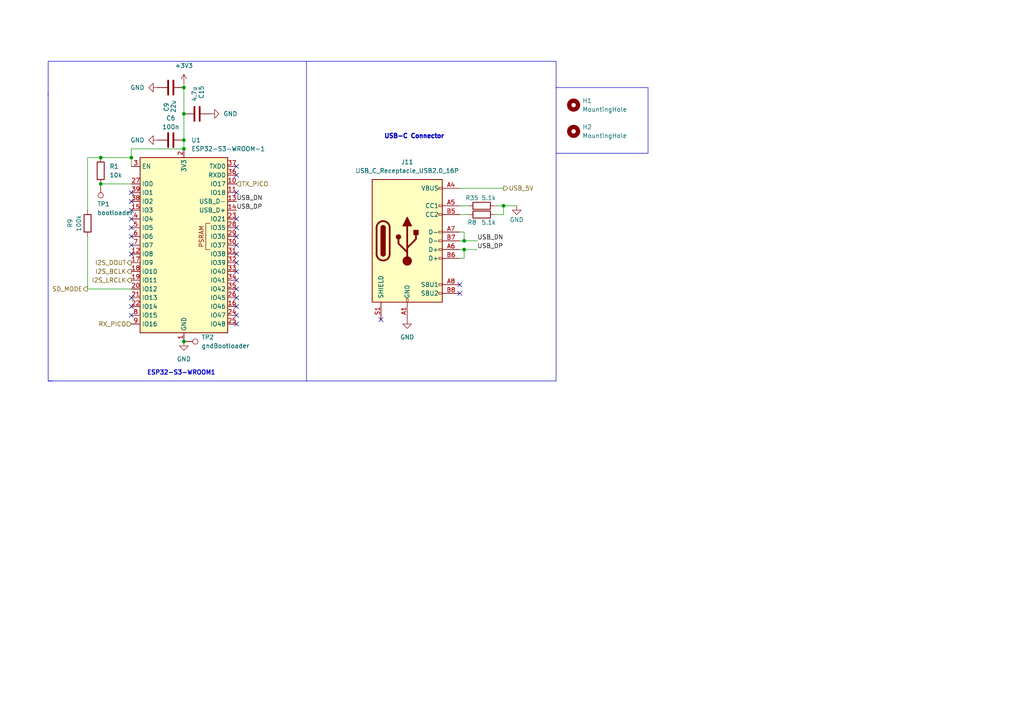
<source format=kicad_sch>
(kicad_sch (version 20250114) (generator "eeschema") (generator_version "9.0")
  (paper "A4")
  (lib_symbols
    (symbol "Connector:TestPoint" (pin_numbers (hide yes)) (pin_names (offset 0.762) (hide yes))
      (property "Reference" "TP" (at 0 6.858 0))
      (property "Value" "TestPoint" (at 0 5.08 0))
      (symbol "TestPoint_0_1"
        (circle (center 0 3.302) (radius 0.762))
      )
      (symbol "TestPoint_1_1"
        (pin passive line (at 0 0 90) (length 2.54) (name "1") (number "1"))
      )
    )
    (symbol "Connector:USB_C_Receptacle_USB2.0_16P" (pin_names (offset 1.016))
      (property "Reference" "J2" (at 0 22.86 0))
      (property "Value" "USB_C_Receptacle_USB2.0_16P" (at 0 20.32 0))
      (symbol "USB_C_Receptacle_USB2.0_16P_0_0"
        (rectangle (start -0.254 -17.78) (end 0.254 -16.764))
        (rectangle (start 10.16 15.494) (end 9.144 14.986))
        (rectangle (start 10.16 10.414) (end 9.144 9.906))
        (rectangle (start 10.16 7.874) (end 9.144 7.366))
        (rectangle (start 10.16 2.794) (end 9.144 2.286))
        (rectangle (start 10.16 0.254) (end 9.144 -0.254))
        (rectangle (start 10.16 -2.286) (end 9.144 -2.794))
        (rectangle (start 10.16 -4.826) (end 9.144 -5.334))
        (rectangle (start 10.16 -12.446) (end 9.144 -12.954))
        (rectangle (start 10.16 -14.986) (end 9.144 -15.494))
      )
      (symbol "USB_C_Receptacle_USB2.0_16P_0_1"
        (rectangle (start -10.16 17.78) (end 10.16 -17.78) (stroke (width 0.254)) (fill (type background)))
        (polyline (pts (xy -8.89 -3.81) (xy -8.89 3.81)) (stroke (width 0.508)))
        (rectangle (start -7.62 -3.81) (end -6.35 3.81) (stroke (width 0.254)) (fill (type outline)))
        (arc (start -7.62 3.81) (mid -6.985 4.4423) (end -6.35 3.81) (stroke (width 0.254)))
        (arc (start -7.62 3.81) (mid -6.985 4.4423) (end -6.35 3.81) (stroke (width 0.254)) (fill (type outline)))
        (arc (start -8.89 3.81) (mid -6.985 5.7067) (end -5.08 3.81) (stroke (width 0.508)))
        (arc (start -5.08 -3.81) (mid -6.985 -5.7067) (end -8.89 -3.81) (stroke (width 0.508)))
        (arc (start -6.35 -3.81) (mid -6.985 -4.4423) (end -7.62 -3.81) (stroke (width 0.254)))
        (arc (start -6.35 -3.81) (mid -6.985 -4.4423) (end -7.62 -3.81) (stroke (width 0.254)) (fill (type outline)))
        (polyline (pts (xy -5.08 3.81) (xy -5.08 -3.81)) (stroke (width 0.508)))
        (circle (center -2.54 1.143) (radius 0.635) (stroke (width 0.254)) (fill (type outline)))
        (polyline (pts (xy -1.27 4.318) (xy 0 6.858) (xy 1.27 4.318) (xy -1.27 4.318)) (stroke (width 0.254)) (fill (type outline)))
        (polyline (pts (xy 0 -2.032) (xy 2.54 0.508) (xy 2.54 1.778)) (stroke (width 0.508)))
        (polyline (pts (xy 0 -3.302) (xy -2.54 -0.762) (xy -2.54 0.508)) (stroke (width 0.508)))
        (polyline (pts (xy 0 -5.842) (xy 0 4.318)) (stroke (width 0.508)))
        (circle (center 0 -5.842) (radius 1.27) (fill (type outline)))
        (rectangle (start 1.905 1.778) (end 3.175 3.048) (stroke (width 0.254)) (fill (type outline)))
      )
      (symbol "USB_C_Receptacle_USB2.0_16P_1_1"
        (pin passive line (at -7.62 -22.86 90) (length 5.08) (name "SHIELD") (number "S1"))
        (pin passive line (at 0 -22.86 90) (length 5.08) (name "GND") (number "A1"))
        (pin passive line (at 0 -22.86 90) (length 5.08) (hide yes) (name "GND") (number "A12"))
        (pin passive line (at 0 -22.86 90) (length 5.08) (hide yes) (name "GND") (number "B1"))
        (pin passive line (at 0 -22.86 90) (length 5.08) (hide yes) (name "GND") (number "B12"))
        (pin passive line (at 15.24 15.24 180) (length 5.08) (name "VBUS") (number "A4"))
        (pin passive line (at 15.24 15.24 180) (length 5.08) (hide yes) (name "VBUS") (number "A9"))
        (pin passive line (at 15.24 15.24 180) (length 5.08) (hide yes) (name "VBUS") (number "B4"))
        (pin passive line (at 15.24 15.24 180) (length 5.08) (hide yes) (name "VBUS") (number "B9"))
        (pin bidirectional line (at 15.24 10.16 180) (length 5.08) (name "CC1") (number "A5"))
        (pin bidirectional line (at 15.24 7.62 180) (length 5.08) (name "CC2") (number "B5"))
        (pin bidirectional line (at 15.24 2.54 180) (length 5.08) (name "D-") (number "A7"))
        (pin bidirectional line (at 15.24 0 180) (length 5.08) (name "D-") (number "B7"))
        (pin bidirectional line (at 15.24 -2.54 180) (length 5.08) (name "D+") (number "A6"))
        (pin bidirectional line (at 15.24 -5.08 180) (length 5.08) (name "D+") (number "B6"))
        (pin bidirectional line (at 15.24 -12.7 180) (length 5.08) (name "SBU1") (number "A8"))
        (pin bidirectional line (at 15.24 -15.24 180) (length 5.08) (name "SBU2") (number "B8"))
      )
    )
    (symbol "Device:C" (pin_numbers (hide yes)) (pin_names (offset 0.254))
      (property "Reference" "C" (at 0.635 2.54 0))
      (property "Value" "C" (at 0.635 -2.54 0))
      (symbol "C_0_1"
        (polyline (pts (xy -2.032 0.762) (xy 2.032 0.762)) (stroke (width 0.508)))
        (polyline (pts (xy -2.032 -0.762) (xy 2.032 -0.762)) (stroke (width 0.508)))
      )
      (symbol "C_1_1"
        (pin passive line (at 0 3.81 270) (length 2.794) (name "~") (number "1"))
        (pin passive line (at 0 -3.81 90) (length 2.794) (name "~") (number "2"))
      )
    )
    (symbol "Device:R" (pin_numbers (hide yes)) (pin_names (offset 0))
      (property "Reference" "R" (at 2.032 0 90))
      (property "Value" "R" (at 0 0 90))
      (symbol "R_0_1"
        (rectangle (start -1.016 -2.54) (end 1.016 2.54) (stroke (width 0.254)))
      )
      (symbol "R_1_1"
        (pin passive line (at 0 3.81 270) (length 1.27) (name "~") (number "1"))
        (pin passive line (at 0 -3.81 90) (length 1.27) (name "~") (number "2"))
      )
    )
    (symbol "Mechanical:MountingHole" (pin_names (offset 1.016)) (in_bom no)
      (property "Reference" "H" (at 0 5.08 0))
      (property "Value" "MountingHole" (at 0 3.175 0))
      (symbol "MountingHole_0_1"
        (circle (center 0 0) (radius 1.27) (stroke (width 1.27)))
      )
    )
    (symbol "RF_Module:ESP32-S3-WROOM-1"
      (property "Reference" "U" (at -12.7 26.67 0))
      (property "Value" "ESP32-S3-WROOM-1" (at 12.7 26.67 0))
      (symbol "ESP32-S3-WROOM-1_0_0"
        (rectangle (start -12.7 25.4) (end 12.7 -25.4) (stroke (width 0.254)) (fill (type background)))
        (text "PSRAM" (at 5.08 2.54 900) (effects (font (size 1.27 1.27))))
      )
      (symbol "ESP32-S3-WROOM-1_0_1"
        (polyline (pts (xy 7.62 -1.27) (xy 6.35 -1.27) (xy 6.35 6.35) (xy 7.62 6.35)))
      )
      (symbol "ESP32-S3-WROOM-1_1_1"
        (pin input line (at -15.24 22.86 0) (length 2.54) (name "EN") (number "3"))
        (pin bidirectional line (at -15.24 17.78 0) (length 2.54) (name "IO0") (number "27"))
        (pin bidirectional line (at -15.24 15.24 0) (length 2.54) (name "IO1") (number "39"))
        (pin bidirectional line (at -15.24 12.7 0) (length 2.54) (name "IO2") (number "38"))
        (pin bidirectional line (at -15.24 10.16 0) (length 2.54) (name "IO3") (number "15"))
        (pin bidirectional line (at -15.24 7.62 0) (length 2.54) (name "IO4") (number "4"))
        (pin bidirectional line (at -15.24 5.08 0) (length 2.54) (name "IO5") (number "5"))
        (pin bidirectional line (at -15.24 2.54 0) (length 2.54) (name "IO6") (number "6"))
        (pin bidirectional line (at -15.24 0 0) (length 2.54) (name "IO7") (number "7"))
        (pin bidirectional line (at -15.24 -2.54 0) (length 2.54) (name "IO8") (number "12"))
        (pin bidirectional line (at -15.24 -5.08 0) (length 2.54) (name "IO9") (number "17"))
        (pin bidirectional line (at -15.24 -7.62 0) (length 2.54) (name "IO10") (number "18"))
        (pin bidirectional line (at -15.24 -10.16 0) (length 2.54) (name "IO11") (number "19"))
        (pin bidirectional line (at -15.24 -12.7 0) (length 2.54) (name "IO12") (number "20"))
        (pin bidirectional line (at -15.24 -15.24 0) (length 2.54) (name "IO13") (number "21"))
        (pin bidirectional line (at -15.24 -17.78 0) (length 2.54) (name "IO14") (number "22"))
        (pin bidirectional line (at -15.24 -20.32 0) (length 2.54) (name "IO15") (number "8"))
        (pin bidirectional line (at -15.24 -22.86 0) (length 2.54) (name "IO16") (number "9"))
        (pin power_in line (at 0 27.94 270) (length 2.54) (name "3V3") (number "2"))
        (pin power_in line (at 0 -27.94 90) (length 2.54) (name "GND") (number "1"))
        (pin passive line (at 0 -27.94 90) (length 2.54) (hide yes) (name "GND") (number "40"))
        (pin passive line (at 0 -27.94 90) (length 2.54) (hide yes) (name "GND") (number "41"))
        (pin bidirectional line (at 15.24 22.86 180) (length 2.54) (name "TXD0") (number "37"))
        (pin bidirectional line (at 15.24 20.32 180) (length 2.54) (name "RXD0") (number "36"))
        (pin bidirectional line (at 15.24 17.78 180) (length 2.54) (name "IO17") (number "10"))
        (pin bidirectional line (at 15.24 15.24 180) (length 2.54) (name "IO18") (number "11"))
        (pin bidirectional line (at 15.24 12.7 180) (length 2.54) (name "USB_D-") (number "13"))
        (pin bidirectional line (at 15.24 10.16 180) (length 2.54) (name "USB_D+") (number "14"))
        (pin bidirectional line (at 15.24 7.62 180) (length 2.54) (name "IO21") (number "23"))
        (pin bidirectional line (at 15.24 5.08 180) (length 2.54) (name "IO35") (number "28"))
        (pin bidirectional line (at 15.24 2.54 180) (length 2.54) (name "IO36") (number "29"))
        (pin bidirectional line (at 15.24 0 180) (length 2.54) (name "IO37") (number "30"))
        (pin bidirectional line (at 15.24 -2.54 180) (length 2.54) (name "IO38") (number "31"))
        (pin bidirectional line (at 15.24 -5.08 180) (length 2.54) (name "IO39") (number "32"))
        (pin bidirectional line (at 15.24 -7.62 180) (length 2.54) (name "IO40") (number "33"))
        (pin bidirectional line (at 15.24 -10.16 180) (length 2.54) (name "IO41") (number "34"))
        (pin bidirectional line (at 15.24 -12.7 180) (length 2.54) (name "IO42") (number "35"))
        (pin bidirectional line (at 15.24 -15.24 180) (length 2.54) (name "IO45") (number "26"))
        (pin bidirectional line (at 15.24 -17.78 180) (length 2.54) (name "IO46") (number "16"))
        (pin bidirectional line (at 15.24 -20.32 180) (length 2.54) (name "IO47") (number "24"))
        (pin bidirectional line (at 15.24 -22.86 180) (length 2.54) (name "IO48") (number "25"))
      )
    )
    (symbol "power:+3V3" (power) (pin_numbers (hide yes)) (pin_names (offset 0) (hide yes))
      (property "Value" "+3V3" (at 0 3.556 0))
      (symbol "+3V3_0_1"
        (polyline (pts (xy -0.762 1.27) (xy 0 2.54)))
        (polyline (pts (xy 0 2.54) (xy 0.762 1.27)))
        (polyline (pts (xy 0 0) (xy 0 2.54)))
      )
      (symbol "+3V3_1_1"
        (pin power_in line (at 0 0 90) (length 0) (name "~") (number "1"))
      )
    )
    (symbol "power:GND" (power) (pin_numbers (hide yes)) (pin_names (offset 0) (hide yes))
      (property "Value" "GND" (at 0 -3.81 0))
      (symbol "GND_0_1"
        (polyline (pts (xy 0 0) (xy 0 -1.27) (xy 1.27 -1.27) (xy 0 -2.54) (xy -1.27 -1.27) (xy 0 -1.27)))
      )
      (symbol "GND_1_1"
        (pin power_in line (at 0 0 270) (length 0) (name "~") (number "1"))
      )
    )
  )
  (text "ESP32-S3-WROOM1" (at 52.578 108.204 0) (effects (font (size 1.27 1.27) (thickness 0.254) (bold yes))))
  (text "USB-C Connector" (at 120.142 39.624 0) (effects (font (size 1.27 1.27) (thickness 0.4064) (bold yes))))
  (junction (at 38.1 45.72))
  (junction (at 134.62 72.39))
  (junction (at 134.62 69.85))
  (junction (at 29.21 53.34))
  (junction (at 53.34 43.18))
  (junction (at 53.34 33.02))
  (junction (at 53.34 25.4))
  (junction (at 146.05 59.69))
  (junction (at 53.34 99.06))
  (junction (at 53.34 40.64))
  (junction (at 29.21 45.72))
  (no_connect (at 38.1 86.36))
  (no_connect (at 68.58 83.82))
  (no_connect (at 38.1 55.88))
  (no_connect (at 68.58 63.5))
  (no_connect (at 68.58 78.74))
  (no_connect (at 38.1 68.58))
  (no_connect (at 133.35 82.55))
  (no_connect (at 68.58 68.58))
  (no_connect (at 68.58 71.12))
  (no_connect (at 38.1 60.96))
  (no_connect (at 38.1 91.44))
  (no_connect (at 68.58 88.9))
  (no_connect (at 68.58 66.04))
  (no_connect (at 68.58 81.28))
  (no_connect (at 38.1 71.12))
  (no_connect (at 68.58 50.8))
  (no_connect (at 68.58 73.66))
  (no_connect (at 68.58 91.44))
  (no_connect (at 68.58 86.36))
  (no_connect (at 133.35 85.09))
  (no_connect (at 68.58 76.2))
  (no_connect (at 68.58 48.26))
  (no_connect (at 38.1 73.66))
  (no_connect (at 38.1 88.9))
  (no_connect (at 38.1 66.04))
  (no_connect (at 38.1 58.42))
  (no_connect (at 68.58 55.88))
  (no_connect (at 68.58 93.98))
  (no_connect (at 110.49 92.71))
  (no_connect (at 38.1 63.5))
  (wire (pts (xy 29.21 53.34) (xy 38.1 53.34)))
  (polyline (pts (xy 13.97 17.78) (xy 13.97 27.94)))
  (wire (pts (xy 25.4 68.58) (xy 25.4 83.82)))
  (polyline (pts (xy 88.9 110.49) (xy 88.9 17.78)))
  (wire (pts (xy 146.05 62.23) (xy 146.05 59.69)))
  (polyline (pts (xy 13.97 110.49) (xy 15.24 110.49)))
  (polyline (pts (xy 161.29 17.78) (xy 161.29 25.4)))
  (wire (pts (xy 143.51 59.69) (xy 146.05 59.69)))
  (wire (pts (xy 133.35 62.23) (xy 135.89 62.23)))
  (wire (pts (xy 134.62 69.85) (xy 134.62 67.31)))
  (wire (pts (xy 53.34 33.02) (xy 53.34 40.64)))
  (wire (pts (xy 38.1 48.26) (xy 38.1 45.72)))
  (wire (pts (xy 134.62 69.85) (xy 138.43 69.85)))
  (wire (pts (xy 29.21 45.72) (xy 38.1 45.72)))
  (polyline (pts (xy 13.97 110.49) (xy 88.9 110.49)))
  (wire (pts (xy 134.62 74.93) (xy 134.62 72.39)))
  (wire (pts (xy 133.35 59.69) (xy 135.89 59.69)))
  (wire (pts (xy 25.4 60.96) (xy 25.4 45.72)))
  (wire (pts (xy 133.35 74.93) (xy 134.62 74.93)))
  (wire (pts (xy 146.05 54.61) (xy 133.35 54.61)))
  (polyline (pts (xy 161.29 25.4) (xy 187.96 25.4)))
  (wire (pts (xy 146.05 59.69) (xy 149.86 59.69)))
  (wire (pts (xy 53.34 25.4) (xy 53.34 24.13)))
  (wire (pts (xy 53.34 25.4) (xy 53.34 33.02)))
  (wire (pts (xy 133.35 69.85) (xy 134.62 69.85)))
  (wire (pts (xy 38.1 45.72) (xy 38.1 43.18)))
  (polyline (pts (xy 187.96 44.45) (xy 161.29 44.45)))
  (polyline (pts (xy 187.96 25.4) (xy 187.96 44.45)))
  (wire (pts (xy 53.34 40.64) (xy 53.34 43.18)))
  (wire (pts (xy 38.1 43.18) (xy 53.34 43.18)))
  (polyline (pts (xy 88.9 17.78) (xy 13.97 17.78)))
  (wire (pts (xy 25.4 45.72) (xy 29.21 45.72)))
  (wire (pts (xy 134.62 67.31) (xy 133.35 67.31)))
  (polyline (pts (xy 161.29 110.49) (xy 88.9 110.49)))
  (wire (pts (xy 25.4 83.82) (xy 38.1 83.82)))
  (polyline (pts (xy 13.97 26.67) (xy 13.97 110.49)))
  (wire (pts (xy 134.62 72.39) (xy 133.35 72.39)))
  (wire (pts (xy 134.62 72.39) (xy 138.43 72.39)))
  (wire (pts (xy 143.51 62.23) (xy 146.05 62.23)))
  (polyline (pts (xy 161.29 25.4) (xy 161.29 110.49)))
  (polyline (pts (xy 88.9 17.78) (xy 161.29 17.78)))
  (label "USB_DN" (at 138.43 69.85 0))
  (label "USB_DP" (at 138.43 72.39 0))
  (label "USB_DN" (at 68.58 58.42 0))
  (label "USB_DP" (at 68.58 60.96 0))
  (hierarchical_label "SD_MODE" (shape output) (at 25.4 83.82 180))
  (hierarchical_label "RX_PICO" (shape input) (at 38.1 93.98 180) (effects (font (thickness 0.1588))))
  (hierarchical_label "I2S_BCLK" (shape output) (at 38.1 78.74 180) (effects (font (thickness 0.1588))))
  (hierarchical_label "I2S_LRCLK" (shape output) (at 38.1 81.28 180) (effects (font (thickness 0.1588))))
  (hierarchical_label "I2S_DOUT" (shape output) (at 38.1 76.2 180) (effects (font (thickness 0.1588))))
  (hierarchical_label "USB_5V" (shape output) (at 146.05 54.61 0))
  (hierarchical_label "TX_PICO" (shape input) (at 68.58 53.34 0) (effects (font (thickness 0.1588))))
  (symbol (lib_id "Device:R") (at 29.21 49.53 180) (unit 1)
    (property "Reference" "R1" (at 31.75 48.2599 0) (effects (justify right)))
    (property "Value" "10k" (at 31.75 50.7999 0) (effects (justify right)))
    (property "Footprint" "Resistor_SMD:R_0603_1608Metric_Pad0.98x0.95mm_HandSolder" (effects (hide yes)))
    (property "Description" "Resistor" (effects (hide yes)))
    (property "Mouser Link" "https://www.mouser.com/ProductDetail/Vishay/CRCW060310K0FKEA?qs=pAO1Z172M84BVnhDjtnsoQ%3D%3D" (effects (hide yes)))
    (property "Mouser #" "71-CRCW0603-10K-E3" (effects (hide yes)))
    (property "JLCPCB #" "C25804" (effects (hide yes)))
  )
  (symbol (lib_id "Connector:TestPoint") (at 53.34 99.06 270) (unit 1)
    (property "Reference" "TP2" (at 58.42 97.7899 90) (effects (justify left)))
    (property "Value" "gndBootloader" (at 58.42 100.3299 90) (effects (justify left)))
    (property "Footprint" "TestPoint:TestPoint_Pad_1.0x1.0mm" (effects (hide yes)))
    (property "Description" "test point" (effects (hide yes)))
  )
  (symbol (lib_id "Mechanical:MountingHole") (at 166.37 30.48 0) (unit 1) (in_bom no)
    (property "Reference" "H1" (at 168.91 29.2099 0) (effects (justify left)))
    (property "Value" "MountingHole" (at 168.91 31.7499 0) (effects (justify left)))
    (property "Footprint" "MountingHole:MountingHole_2.2mm_M2_custom" (effects (hide yes)))
    (property "Description" "Mounting Hole without connection" (effects (hide yes)))
  )
  (symbol (lib_id "Device:C") (at 57.15 33.02 90) (unit 1)
    (property "Reference" "C15" (at 58.42 28.702 0) (effects (justify left)))
    (property "Value" "4.7u" (at 56.388 29.464 0) (effects (justify left)))
    (property "Footprint" "Capacitor_SMD:C_1206_3216Metric_Pad1.33x1.80mm_HandSolder" (effects (hide yes)))
    (property "Description" "Unpolarized capacitor" (effects (hide yes)))
    (property "Mouser #" "187-CL31A475KBHNNNE" (effects (hide yes)))
    (property "Mouser Link" "https://www.mouser.com/ProductDetail/Samsung-Electro-Mechanics/CL31A475KBHNNNE?qs=X6jEic%2FHinDAtDUeTge3nw%3D%3D" (effects (hide yes)))
    (property "JLCPCB #" "C513768" (effects (hide yes)))
  )
  (symbol (lib_id "Device:R") (at 25.4 64.77 0) (mirror y) (unit 1)
    (property "Reference" "R9" (at 20.32 64.77 90))
    (property "Value" "100k" (at 22.86 64.77 90))
    (property "Footprint" "Resistor_SMD:R_0603_1608Metric_Pad0.98x0.95mm_HandSolder" (effects (hide yes)))
    (property "Description" "Resistor" (effects (hide yes)))
    (property "Mouser #" "603-RC0603FR-07100KL" (effects (hide yes)))
    (property "Mouser Link" "https://www.mouser.com/ProductDetail/YAGEO/RC0603FR-07100KL?qs=e1ok2LiJcmaihem8Va5%2Fsw%3D%3D&srsltid=AfmBOooOdyEJhW55T0bTHCn9x1S_hWTbTVBciwDqFDvXTF-M6ZtkL9r2" (effects (hide yes)))
    (property "JLCPCB #" "C14675" (effects (hide yes)))
    (property "Mouser Part Number" "603-RC0603FR-07100KL" (effects (hide yes)))
  )
  (symbol (lib_id "power:GND") (at 149.86 59.69 0) (unit 1)
    (property "Reference" "#PWR0110" (effects (hide yes)))
    (property "Value" "GND" (at 149.86 63.754 0))
  )
  (symbol (lib_id "Device:R") (at 139.7 59.69 90) (unit 1)
    (property "Reference" "R35" (at 136.906 57.404 90))
    (property "Value" "5.1k" (at 141.732 57.404 90))
    (property "Footprint" "Resistor_SMD:R_0603_1608Metric_Pad0.98x0.95mm_HandSolder" (effects (hide yes)))
    (property "Description" "Resistor" (effects (hide yes)))
    (property "Mouser #" "71-CRCW0603-5.1K-E3" (effects (hide yes)))
    (property "Mouser Link" "https://www.mouser.com/ProductDetail/Vishay-Dale/CRCW06035K10FKEA?qs=pfqtYUWm1IVbeSxo5oKU9A%3D%3D" (effects (hide yes)))
    (property "JLCPCB #" "C23186" (effects (hide yes)))
    (property "Mouser Part Number" "71-CRCW0603-5.1K-E3" (effects (hide yes)))
  )
  (symbol (lib_id "power:GND") (at 45.72 25.4 270) (unit 1)
    (property "Reference" "#PWR022" (effects (hide yes)))
    (property "Value" "GND" (at 41.91 25.3999 90) (effects (justify right)))
    (property "Description" "Power symbol creates a global label with name \"GND\" , ground" (effects (hide yes)))
  )
  (symbol (lib_id "power:GND") (at 45.72 40.64 270) (unit 1)
    (property "Reference" "#PWR02" (effects (hide yes)))
    (property "Value" "GND" (at 41.91 40.6399 90) (effects (justify right)))
    (property "Description" "Power symbol creates a global label with name \"GND\" , ground" (effects (hide yes)))
  )
  (symbol (lib_id "power:GND") (at 60.96 33.02 90) (unit 1)
    (property "Reference" "#PWR016" (effects (hide yes)))
    (property "Value" "GND" (at 64.77 33.0199 90) (effects (justify right)))
    (property "Description" "Power symbol creates a global label with name \"GND\" , ground" (effects (hide yes)))
  )
  (symbol (lib_id "Connector:TestPoint") (at 29.21 53.34 180) (unit 1)
    (property "Reference" "TP1" (at 28.194 59.182 0) (effects (justify right)))
    (property "Value" "bootloader" (at 28.194 61.722 0) (effects (justify right)))
    (property "Footprint" "TestPoint:TestPoint_Pad_1.0x1.0mm" (effects (hide yes)))
    (property "Description" "test point" (effects (hide yes)))
  )
  (symbol (lib_id "RF_Module:ESP32-S3-WROOM-1") (at 53.34 71.12 0) (unit 1)
    (property "Reference" "U1" (at 55.4833 40.64 0) (effects (justify left)))
    (property "Value" "ESP32-S3-WROOM-1" (at 55.4833 43.18 0) (effects (justify left)))
    (property "Footprint" "RF_Module:ESP32-S3-WROOM-1" (effects (hide yes)))
    (property "Datasheet" "https://www.espressif.com/sites/default/files/documentation/esp32-s3-wroom-1_wroom-1u_datasheet_en.pdf" (effects (hide yes)))
    (property "Description" "RF Module, ESP32-S3 SoC, Wi-Fi 802.11b/g/n, Bluetooth, BLE, 32-bit, 3.3V, onboard antenna, SMD" (effects (hide yes)))
    (property "JLCPCB #" "C2913199" (effects (hide yes)))
    (property "Mouser #" "356-ESP32S3WROOM1N16" (effects (hide yes)))
    (property "Mouser Link" "https://www.mouser.com/ProductDetail/Espressif-Systems/ESP32-S3-WROOM-1-N16?qs=Li%252BoUPsLEntjPrtJwwS5Pw%3D%3D&srsltid=AfmBOopSlMLfQhkN0zTx88Oe2dsqjcICRYAwsqaedtH3i9Ch7HosqKbF" (effects (hide yes)))
    (property "Mouser Part Number" "356-ESP32S3WROOM1N16" (effects (hide yes)))
  )
  (symbol (lib_id "Device:C") (at 49.53 25.4 270) (unit 1)
    (property "Reference" "C9" (at 48.26 29.718 0) (effects (justify left)))
    (property "Value" "22u" (at 50.292 28.956 0) (effects (justify left)))
    (property "Footprint" "Capacitor_SMD:C_0603_1608Metric_Pad1.08x0.95mm_HandSolder" (effects (hide yes)))
    (property "Datasheet" "https://www.mouser.com/catalog/specsheets/TAIYO%20YUDEN_03-05-2025_Tayio_Yuden_1102023_MS_mlcc_all_e-3081579-1-65.pdf" (effects (hide yes)))
    (property "Description" "Unpolarized capacitor" (effects (hide yes)))
    (property "Mouser #" "963-A168BB5226MTNA01" (effects (hide yes)))
    (property "Mouser Link" "https://www.mouser.com/ProductDetail/TAIYO-YUDEN/MSASA168BB5226MTNA01?qs=efUn273yAhczomwMiufDyA%3D%3D&srsltid=AfmBOoqSghDDzP1IhMA9vfNgjLHr8NMV2F8yBZI5yO5GIj8H5zAn6JNM" (effects (hide yes)))
    (property "JLCPCB #" "C59461" (effects (hide yes)))
    (property "Mouser Part Number" "963-A168BB5226MTNA01" (effects (hide yes)))
  )
  (symbol (lib_id "Device:R") (at 139.7 62.23 90) (unit 1)
    (property "Reference" "R8" (at 136.906 64.516 90))
    (property "Value" "5.1k" (at 141.732 64.516 90))
    (property "Footprint" "Resistor_SMD:R_0603_1608Metric_Pad0.98x0.95mm_HandSolder" (effects (hide yes)))
    (property "Description" "Resistor" (effects (hide yes)))
    (property "Mouser #" "71-CRCW0603-5.1K-E3" (effects (hide yes)))
    (property "Mouser Link" "https://www.mouser.com/ProductDetail/Vishay-Dale/CRCW06035K10FKEA?qs=pfqtYUWm1IVbeSxo5oKU9A%3D%3D" (effects (hide yes)))
    (property "JLCPCB #" "C23186" (effects (hide yes)))
    (property "Mouser Part Number" "71-CRCW0603-5.1K-E3" (effects (hide yes)))
  )
  (symbol (lib_id "power:GND") (at 118.11 92.71 0) (unit 1)
    (property "Reference" "#PWR0109" (effects (hide yes)))
    (property "Value" "GND" (at 118.11 97.79 0))
  )
  (symbol (lib_id "Device:C") (at 49.53 40.64 90) (unit 1)
    (property "Reference" "C6" (at 49.53 34.29 90))
    (property "Value" "100n" (at 49.53 36.83 90))
    (property "Footprint" "Capacitor_SMD:C_0603_1608Metric_Pad1.08x0.95mm_HandSolder" (effects (hide yes)))
    (property "Datasheet" "https://datasheets.kyocera-avx.com/AutoMLCCKAM.pdf" (effects (hide yes)))
    (property "Description" "Unpolarized capacitor" (effects (hide yes)))
    (property "Mouser #" "581-KAM15BR72A104KT" (effects (hide yes)))
    (property "Mouser Link" "https://www.mouser.com/ProductDetail/KYOCERA-AVX/KAM15BR72A104KT?qs=Jm2GQyTW%2Fbivdeq3a3Ovhw%3D%3D" (effects (hide yes)))
    (property "JLCPCB #" "C14663" (effects (hide yes)))
    (property "Mouser Part Number" "581-KAM15BR72A104KT" (effects (hide yes)))
  )
  (symbol (lib_id "Connector:USB_C_Receptacle_USB2.0_16P") (at 118.11 69.85 0) (unit 1)
    (property "Reference" "J11" (at 118.11 46.99 0))
    (property "Value" "USB_C_Receptacle_USB2.0_16P" (at 118.11 49.53 0))
    (property "Footprint" "0_LHRE_Footprints:USB-C_2.0_Receptacle" (effects (hide yes)))
    (property "Datasheet" "https://www.mouser.com/datasheet/2/837/Global_Connector_Technology_usb4105-3106202.pdf" (effects (hide yes)))
    (property "Description" "USB 2.0-only 16P Type-C Receptacle connector" (effects (hide yes)))
    (property "Mouser #" "640-USB4105-GF-A" (effects (hide yes)))
    (property "Mouser Link" "https://www.mouser.com/ProductDetail/GCT/USB4105-GF-A?qs=KUoIvG%2F9IlY%2FMLlBMpStpA%3D%3D" (effects (hide yes)))
    (property "JLCPCB #" "C2982555" (effects (hide yes)))
    (property "Mouser Part Number" "640-USB4105-GF-A" (effects (hide yes)))
  )
  (symbol (lib_id "power:GND") (at 53.34 99.06 0) (unit 1)
    (property "Reference" "#PWR03" (effects (hide yes)))
    (property "Value" "GND" (at 53.34 104.14 0))
    (property "Description" "Power symbol creates a global label with name \"GND\" , ground" (effects (hide yes)))
  )
  (symbol (lib_id "Mechanical:MountingHole") (at 166.37 38.1 0) (unit 1) (in_bom no)
    (property "Reference" "H2" (at 168.91 36.8299 0) (effects (justify left)))
    (property "Value" "MountingHole" (at 168.91 39.3699 0) (effects (justify left)))
    (property "Footprint" "MountingHole:MountingHole_2.2mm_M2_custom" (effects (hide yes)))
    (property "Description" "Mounting Hole without connection" (effects (hide yes)))
  )
  (symbol (lib_id "power:+3V3") (at 53.34 24.13 0) (unit 1)
    (property "Reference" "#PWR01" (effects (hide yes)))
    (property "Value" "+3V3" (at 53.34 19.05 0))
    (property "Description" "Power symbol creates a global label with name \"+3V3\"" (effects (hide yes)))
  )
)
</source>
